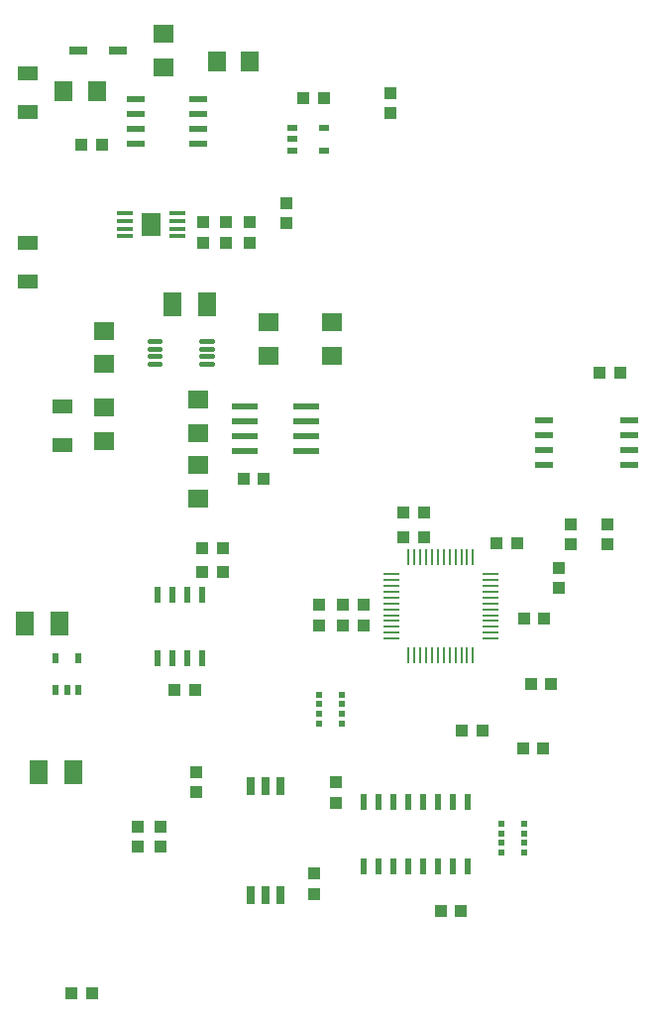
<source format=gbr>
G04 EAGLE Gerber RS-274X export*
G75*
%MOMM*%
%FSLAX34Y34*%
%LPD*%
%INSolderpaste Top*%
%IPPOS*%
%AMOC8*
5,1,8,0,0,1.08239X$1,22.5*%
G01*
%ADD10R,1.500000X2.000000*%
%ADD11R,1.050000X1.080000*%
%ADD12R,1.080000X1.050000*%
%ADD13R,1.538200X0.568000*%
%ADD14R,1.600000X0.800000*%
%ADD15R,2.200000X0.600000*%
%ADD16R,0.650000X1.650000*%
%ADD17R,1.803000X1.600000*%
%ADD18R,1.100000X1.000000*%
%ADD19R,1.000000X1.100000*%
%ADD20R,0.608600X0.469600*%
%ADD21R,1.600000X1.803000*%
%ADD22R,1.462000X0.239400*%
%ADD23R,0.239400X1.462000*%
%ADD24R,0.468000X0.972300*%
%ADD25R,0.568000X1.454900*%
%ADD26C,0.450000*%
%ADD27R,1.327900X0.441000*%
%ADD28R,1.512800X0.542600*%
%ADD29R,0.972300X0.468000*%
%ADD30R,1.800000X1.200000*%

G36*
X143652Y702225D02*
X143652Y702225D01*
X143654Y702224D01*
X143697Y702244D01*
X143741Y702262D01*
X143741Y702264D01*
X143743Y702265D01*
X143776Y702350D01*
X143776Y721250D01*
X143775Y721252D01*
X143776Y721254D01*
X143756Y721297D01*
X143738Y721341D01*
X143736Y721341D01*
X143735Y721343D01*
X143650Y721376D01*
X127950Y721376D01*
X127948Y721375D01*
X127946Y721376D01*
X127903Y721356D01*
X127859Y721338D01*
X127859Y721336D01*
X127857Y721335D01*
X127824Y721250D01*
X127824Y702350D01*
X127825Y702348D01*
X127824Y702346D01*
X127844Y702303D01*
X127862Y702259D01*
X127864Y702259D01*
X127865Y702257D01*
X127950Y702224D01*
X143650Y702224D01*
X143652Y702225D01*
G37*
D10*
X69600Y244000D03*
X39600Y244000D03*
D11*
X351150Y444600D03*
X368650Y444600D03*
D12*
X279400Y387210D03*
X279400Y369710D03*
X299600Y387190D03*
X299600Y369690D03*
X317500Y387210D03*
X317500Y369710D03*
D11*
X214550Y494600D03*
X232050Y494600D03*
D10*
X183800Y644000D03*
X153800Y644000D03*
D11*
X536250Y585400D03*
X518750Y585400D03*
D12*
X275400Y140330D03*
X275400Y157830D03*
X293330Y235390D03*
X293330Y217890D03*
D10*
X57450Y371070D03*
X27450Y371070D03*
D11*
X179440Y435800D03*
X196940Y435800D03*
X179550Y415400D03*
X197050Y415400D03*
X155550Y314600D03*
X173050Y314600D03*
X85250Y55400D03*
X67750Y55400D03*
D12*
X124630Y197850D03*
X124630Y180350D03*
X143610Y197880D03*
X143610Y180380D03*
D11*
X351250Y466270D03*
X368750Y466270D03*
D13*
X122603Y818850D03*
X122603Y806150D03*
X122603Y793450D03*
X122603Y780750D03*
X176197Y780750D03*
X176197Y793450D03*
X176197Y806150D03*
X176197Y818850D03*
D14*
X73510Y860940D03*
X107510Y860940D03*
D15*
X267900Y530950D03*
X215900Y530950D03*
X267900Y518250D03*
X267900Y543650D03*
X267900Y556350D03*
X215900Y518250D03*
X215900Y543650D03*
X215900Y556350D03*
D16*
X246390Y232170D03*
X233690Y232170D03*
X220990Y232170D03*
X220990Y139170D03*
X233690Y139170D03*
X246390Y139170D03*
D17*
X95200Y621120D03*
X95200Y592680D03*
D18*
X484500Y418900D03*
X484500Y401900D03*
X494030Y455800D03*
X494030Y438800D03*
X525970Y438860D03*
X525970Y455860D03*
D19*
X460460Y319800D03*
X477460Y319800D03*
X454800Y375300D03*
X471800Y375300D03*
X471000Y264700D03*
X454000Y264700D03*
X383200Y125300D03*
X400200Y125300D03*
D18*
X174700Y227400D03*
X174700Y244400D03*
D17*
X95200Y555420D03*
X95200Y526980D03*
D20*
X435272Y200182D03*
X435272Y192054D03*
X435272Y183926D03*
X435272Y175798D03*
X454188Y175798D03*
X454188Y183926D03*
X454188Y192054D03*
X454188Y200182D03*
X298558Y286008D03*
X298558Y294136D03*
X298558Y302264D03*
X298558Y310392D03*
X279642Y310392D03*
X279642Y302264D03*
X279642Y294136D03*
X279642Y286008D03*
D17*
X176000Y478180D03*
X176000Y506620D03*
X176000Y533980D03*
X176000Y562420D03*
X236000Y599780D03*
X236000Y628220D03*
X290510Y628270D03*
X290510Y599830D03*
D21*
X89420Y826000D03*
X60980Y826000D03*
D17*
X146000Y846380D03*
X146000Y874820D03*
D18*
X340300Y823900D03*
X340300Y806900D03*
D22*
X341136Y413400D03*
X341136Y408400D03*
X341136Y403400D03*
X341136Y398400D03*
X341136Y393400D03*
X341136Y388400D03*
X341136Y383400D03*
X341136Y378400D03*
X341136Y373400D03*
X341136Y368400D03*
X341136Y363400D03*
X341136Y358400D03*
D23*
X355800Y343736D03*
X360800Y343736D03*
X365800Y343736D03*
X370800Y343736D03*
X375800Y343736D03*
X380800Y343736D03*
X385800Y343736D03*
X390800Y343736D03*
X395800Y343736D03*
X400800Y343736D03*
X405800Y343736D03*
X410800Y343736D03*
D22*
X425464Y358400D03*
X425464Y363400D03*
X425464Y368400D03*
X425464Y373400D03*
X425464Y378400D03*
X425464Y383400D03*
X425464Y388400D03*
X425464Y393400D03*
X425464Y398400D03*
X425464Y403400D03*
X425464Y408400D03*
X425464Y413400D03*
D23*
X410800Y428064D03*
X405800Y428064D03*
X400800Y428064D03*
X395800Y428064D03*
X390800Y428064D03*
X385800Y428064D03*
X380800Y428064D03*
X375800Y428064D03*
X370800Y428064D03*
X365800Y428064D03*
X360800Y428064D03*
X355800Y428064D03*
D24*
X54400Y314276D03*
X63900Y314276D03*
X73400Y314276D03*
X73400Y341525D03*
X54400Y341525D03*
D25*
X141150Y341487D03*
X153850Y341487D03*
X166550Y341487D03*
X179250Y341487D03*
X179250Y395913D03*
X166550Y395913D03*
X153850Y395913D03*
X141150Y395913D03*
D26*
X143150Y612450D02*
X134150Y612450D01*
X134150Y605950D02*
X143150Y605950D01*
X143150Y599450D02*
X134150Y599450D01*
X134150Y592950D02*
X143150Y592950D01*
X178650Y592950D02*
X187650Y592950D01*
X187650Y599450D02*
X178650Y599450D01*
X178650Y605950D02*
X187650Y605950D01*
X187650Y612450D02*
X178650Y612450D01*
D27*
X113667Y721550D03*
X113667Y715050D03*
X113667Y708550D03*
X113667Y702050D03*
X157933Y702050D03*
X157933Y708550D03*
X157933Y715050D03*
X157933Y721550D03*
D28*
X471351Y544550D03*
X471351Y531850D03*
X471351Y519150D03*
X471351Y506450D03*
X544249Y506450D03*
X544249Y519150D03*
X544249Y531850D03*
X544249Y544550D03*
D25*
X317050Y163987D03*
X329750Y163987D03*
X342450Y163987D03*
X355150Y163987D03*
X367850Y163987D03*
X380550Y163987D03*
X393250Y163987D03*
X405950Y163987D03*
X405950Y218413D03*
X393250Y218413D03*
X380550Y218413D03*
X367850Y218413D03*
X355150Y218413D03*
X342450Y218413D03*
X329750Y218413D03*
X317050Y218413D03*
D11*
X265650Y819910D03*
X283150Y819910D03*
D29*
X256376Y794500D03*
X256376Y785000D03*
X256376Y775500D03*
X283625Y775500D03*
X283625Y794500D03*
D18*
X251200Y730400D03*
X251200Y713400D03*
D12*
X180000Y713750D03*
X180000Y696250D03*
X200000Y713750D03*
X200000Y696250D03*
X220000Y713750D03*
X220000Y696250D03*
D11*
X93750Y780000D03*
X76250Y780000D03*
D30*
X60000Y556500D03*
X60000Y523500D03*
X30000Y841500D03*
X30000Y808500D03*
X30000Y696500D03*
X30000Y663500D03*
D11*
X401250Y280000D03*
X418750Y280000D03*
X431250Y440000D03*
X448750Y440000D03*
D21*
X191810Y850870D03*
X220250Y850870D03*
M02*

</source>
